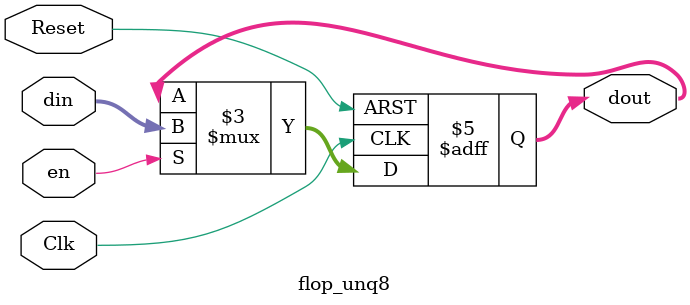
<source format=sv>

/* *****************************************************************************
 * File: flop.vp
 * 
 * Description:
 * Genesis2 flip-flop generator.
 * 
 * Required Genesis2 Controlable Parameters:
 * * Type		- Constant, Flop, RFlop, EFlop, or REFlop
 * * Width		- integer value specifying register width
 * * Default		- default value for the flop 
 *			 (only applies when flop_type=constant|rflop|reflop)
 * * SyncMode		- Sync or ASync flop * Change bar:
 * 
 * 
 * -----------
 * Date          Author   Description
 * Mar 30, 2010  shacham  init version  --  
 * May 20, 2014  jingpu   Add Async mode, change to active low reset
 * 
 * ****************************************************************************/


/*******************************************************************************
 * REQUIRED PARAMETERIZATION
 ******************************************************************************/
// Type (_GENESIS2_INHERITANCE_PRIORITY_) = REFlop
//
// Default (_GENESIS2_DECLARATION_PRIORITY_) = 0
//
// Width (_GENESIS2_INHERITANCE_PRIORITY_) = 20
//
// SyncMode (_GENESIS2_DECLARATION_PRIORITY_) = ASync
//

module flop_unq8(
	       //inputs
	       input wire logic 		   Clk,
	       input wire logic [19:0]  din,
	       input wire logic 		   Reset,
	       input wire logic 		   en,

	       //outputs
	       output logic [19:0] dout
	       );


   /* synopsys dc_tcl_script_begin
    set_dont_retime [current_design] true
    set_optimize_registers false -design [current_design]
    */
   


   
   always_ff @(posedge Clk or negedge Reset) begin
      if (!Reset) 
	dout <= 20'h0;
      else if (en)
	dout <= din;
   end

endmodule : flop_unq8

</source>
